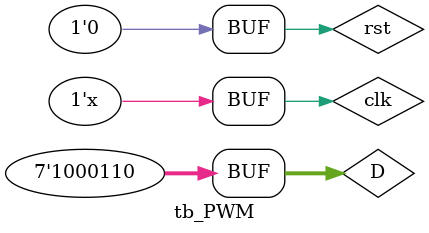
<source format=v>
`timescale 1ns / 1ps


module tb_PWM;

	// Inputs
	reg [6:0] D;
	reg clk;
	reg rst;

	// Outputs
	wire pwm;

	// Instantiate the Unit Under Test (UUT)
	PWM_generator uut (
		.D(D), 
		.pwm(pwm), 
		.clk(clk), 
		.rst(rst)
	);

	initial begin
		// Initialize Inputs
		D = 7'd20;;
		clk = 0;
		rst = 1;

		// Wait 100 ns for global reset to finish
		#10 rst = 0;
		#100 D = 7'd70;

	end
	
	always #1 clk = ~clk;
      
endmodule


</source>
